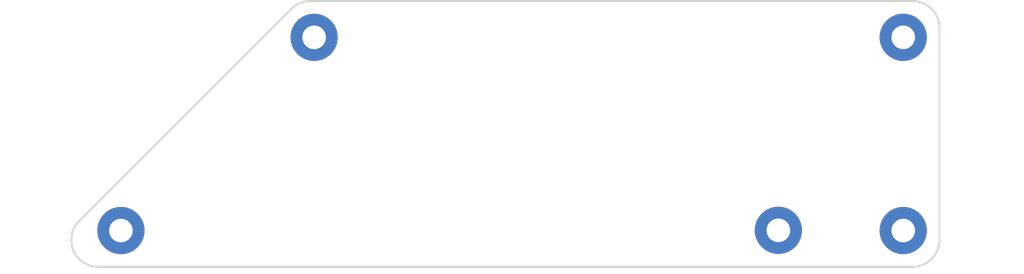
<source format=kicad_pcb>
(kicad_pcb (version 20171130) (host pcbnew 5.1.2)

  (general
    (thickness 1.6)
    (drawings 13)
    (tracks 0)
    (zones 0)
    (modules 5)
    (nets 1)
  )

  (page A4)
  (layers
    (0 F.Cu signal)
    (31 B.Cu signal)
    (32 B.Adhes user)
    (33 F.Adhes user)
    (34 B.Paste user)
    (35 F.Paste user)
    (36 B.SilkS user)
    (37 F.SilkS user)
    (38 B.Mask user)
    (39 F.Mask user)
    (40 Dwgs.User user)
    (41 Cmts.User user)
    (42 Eco1.User user)
    (43 Eco2.User user)
    (44 Edge.Cuts user)
    (45 Margin user)
    (46 B.CrtYd user)
    (47 F.CrtYd user)
    (48 B.Fab user)
    (49 F.Fab user)
  )

  (setup
    (last_trace_width 0.25)
    (trace_clearance 0.2)
    (zone_clearance 0.508)
    (zone_45_only no)
    (trace_min 0.2)
    (via_size 0.8)
    (via_drill 0.4)
    (via_min_size 0.4)
    (via_min_drill 0.3)
    (uvia_size 0.3)
    (uvia_drill 0.1)
    (uvias_allowed no)
    (uvia_min_size 0.2)
    (uvia_min_drill 0.1)
    (edge_width 0.05)
    (segment_width 0.2)
    (pcb_text_width 0.3)
    (pcb_text_size 1.5 1.5)
    (mod_edge_width 0.12)
    (mod_text_size 1 1)
    (mod_text_width 0.15)
    (pad_size 1.524 1.524)
    (pad_drill 0.762)
    (pad_to_mask_clearance 0.051)
    (solder_mask_min_width 0.25)
    (aux_axis_origin 0 0)
    (visible_elements FFFFFF7F)
    (pcbplotparams
      (layerselection 0x010fc_ffffffff)
      (usegerberextensions false)
      (usegerberattributes false)
      (usegerberadvancedattributes false)
      (creategerberjobfile false)
      (excludeedgelayer true)
      (linewidth 0.100000)
      (plotframeref false)
      (viasonmask false)
      (mode 1)
      (useauxorigin false)
      (hpglpennumber 1)
      (hpglpenspeed 20)
      (hpglpendiameter 15.000000)
      (psnegative false)
      (psa4output false)
      (plotreference true)
      (plotvalue true)
      (plotinvisibletext false)
      (padsonsilk false)
      (subtractmaskfromsilk false)
      (outputformat 1)
      (mirror false)
      (drillshape 1)
      (scaleselection 1)
      (outputdirectory ""))
  )

  (net 0 "")

  (net_class Default "This is the default net class."
    (clearance 0.2)
    (trace_width 0.25)
    (via_dia 0.8)
    (via_drill 0.4)
    (uvia_dia 0.3)
    (uvia_drill 0.1)
  )

  (module MountingHole_2.2mm_M2_Pad (layer F.Cu) (tedit 56D1B4CB) (tstamp 5D3F5E0C)
    (at 184.73 111.78)
    (descr "Mounting Hole 2.2mm, M2")
    (tags "mounting hole 2.2mm m2")
    (attr virtual)
    (fp_text reference REF** (at 0 -3.2) (layer F.SilkS) hide
      (effects (font (size 1 1) (thickness 0.15)))
    )
    (fp_text value MountingHole_2.2mm_M2_Pad (at 0 3.2) (layer F.Fab)
      (effects (font (size 1 1) (thickness 0.15)))
    )
    (fp_circle (center 0 0) (end 2.45 0) (layer F.CrtYd) (width 0.05))
    (fp_circle (center 0 0) (end 2.2 0) (layer Cmts.User) (width 0.15))
    (fp_text user %R (at 0.3 0) (layer F.Fab)
      (effects (font (size 1 1) (thickness 0.15)))
    )
    (pad 1 thru_hole circle (at 0 0) (size 4.4 4.4) (drill 2.2) (layers *.Cu *.Mask))
  )

  (module MountingHole_2.2mm_M2_Pad (layer F.Cu) (tedit 56D1B4CB) (tstamp 5D3F5E05)
    (at 111.824507 111.78)
    (descr "Mounting Hole 2.2mm, M2")
    (tags "mounting hole 2.2mm m2")
    (attr virtual)
    (fp_text reference REF** (at 0 -3.2) (layer F.SilkS) hide
      (effects (font (size 1 1) (thickness 0.15)))
    )
    (fp_text value MountingHole_2.2mm_M2_Pad (at 0 3.2) (layer F.Fab)
      (effects (font (size 1 1) (thickness 0.15)))
    )
    (fp_circle (center 0 0) (end 2.45 0) (layer F.CrtYd) (width 0.05))
    (fp_circle (center 0 0) (end 2.2 0) (layer Cmts.User) (width 0.15))
    (fp_text user %R (at 0.3 0) (layer F.Fab)
      (effects (font (size 1 1) (thickness 0.15)))
    )
    (pad 1 thru_hole circle (at 0 0) (size 4.4 4.4) (drill 2.2) (layers *.Cu *.Mask))
  )

  (module MountingHole_2.2mm_M2_Pad (layer F.Cu) (tedit 56D1B4CB) (tstamp 5D3F5DFE)
    (at 173.095 111.76)
    (descr "Mounting Hole 2.2mm, M2")
    (tags "mounting hole 2.2mm m2")
    (attr virtual)
    (fp_text reference REF** (at 0 -3.2) (layer F.SilkS) hide
      (effects (font (size 1 1) (thickness 0.15)))
    )
    (fp_text value MountingHole_2.2mm_M2_Pad (at 0 3.2) (layer F.Fab)
      (effects (font (size 1 1) (thickness 0.15)))
    )
    (fp_circle (center 0 0) (end 2.45 0) (layer F.CrtYd) (width 0.05))
    (fp_circle (center 0 0) (end 2.2 0) (layer Cmts.User) (width 0.15))
    (fp_text user %R (at 0.3 0) (layer F.Fab)
      (effects (font (size 1 1) (thickness 0.15)))
    )
    (pad 1 thru_hole circle (at 0 0) (size 4.4 4.4) (drill 2.2) (layers *.Cu *.Mask))
  )

  (module MountingHole_2.2mm_M2_Pad (layer F.Cu) (tedit 56D1B4CB) (tstamp 5D3F5DF7)
    (at 184.73 93.775)
    (descr "Mounting Hole 2.2mm, M2")
    (tags "mounting hole 2.2mm m2")
    (attr virtual)
    (fp_text reference REF** (at 0 -3.2) (layer F.SilkS) hide
      (effects (font (size 1 1) (thickness 0.15)))
    )
    (fp_text value MountingHole_2.2mm_M2_Pad (at 0 3.2) (layer F.Fab)
      (effects (font (size 1 1) (thickness 0.15)))
    )
    (fp_circle (center 0 0) (end 2.45 0) (layer F.CrtYd) (width 0.05))
    (fp_circle (center 0 0) (end 2.2 0) (layer Cmts.User) (width 0.15))
    (fp_text user %R (at 0.3 0) (layer F.Fab)
      (effects (font (size 1 1) (thickness 0.15)))
    )
    (pad 1 thru_hole circle (at 0 0) (size 4.4 4.4) (drill 2.2) (layers *.Cu *.Mask))
  )

  (module MountingHole_2.2mm_M2_Pad (layer F.Cu) (tedit 56D1B4CB) (tstamp 5D3F5DF0)
    (at 129.829507 93.775)
    (descr "Mounting Hole 2.2mm, M2")
    (tags "mounting hole 2.2mm m2")
    (attr virtual)
    (fp_text reference REF** (at 0 -3.2) (layer F.SilkS) hide
      (effects (font (size 1 1) (thickness 0.15)))
    )
    (fp_text value MountingHole_2.2mm_M2_Pad (at 0 3.2) (layer F.Fab)
      (effects (font (size 1 1) (thickness 0.15)))
    )
    (fp_circle (center 0 0) (end 2.45 0) (layer F.CrtYd) (width 0.05))
    (fp_circle (center 0 0) (end 2.2 0) (layer Cmts.User) (width 0.15))
    (fp_text user %R (at 0.3 0) (layer F.Fab)
      (effects (font (size 1 1) (thickness 0.15)))
    )
    (pad 1 thru_hole circle (at 0 0) (size 4.4 4.4) (drill 2.2) (layers *.Cu *.Mask))
  )

  (gr_line (start 188.109999 92.895001) (end 188.109999 112.66) (layer Edge.Cuts) (width 0.2))
  (gr_line (start 107.932233 110.892234) (end 127.697233 91.127234) (layer Edge.Cuts) (width 0.2))
  (gr_arc (start 185.609999 112.66) (end 185.609999 115.16) (angle -90) (layer Edge.Cuts) (width 0.2))
  (gr_circle (center 129.829507 93.775) (end 131.004507 93.775) (layer Eco1.User) (width 0.2))
  (gr_circle (center 184.73 93.775) (end 185.905 93.775) (layer Eco1.User) (width 0.2))
  (gr_arc (start 185.609999 92.895001) (end 188.109999 92.895001) (angle -90) (layer Edge.Cuts) (width 0.2))
  (gr_arc (start 109.7 112.66) (end 107.932233 110.892234) (angle -135) (layer Edge.Cuts) (width 0.2))
  (gr_line (start 129.465 90.395) (end 185.609999 90.395001) (layer Edge.Cuts) (width 0.2))
  (gr_arc (start 129.465 92.895) (end 129.465 90.395) (angle -45) (layer Edge.Cuts) (width 0.2))
  (gr_line (start 185.609999 115.16) (end 109.7 115.16) (layer Edge.Cuts) (width 0.2))
  (gr_circle (center 173.095 111.76) (end 174.27 111.76) (layer Eco1.User) (width 0.2))
  (gr_circle (center 111.824507 111.78) (end 112.999507 111.78) (layer Eco1.User) (width 0.2))
  (gr_circle (center 184.73 111.78) (end 185.905 111.78) (layer Eco1.User) (width 0.2))

)

</source>
